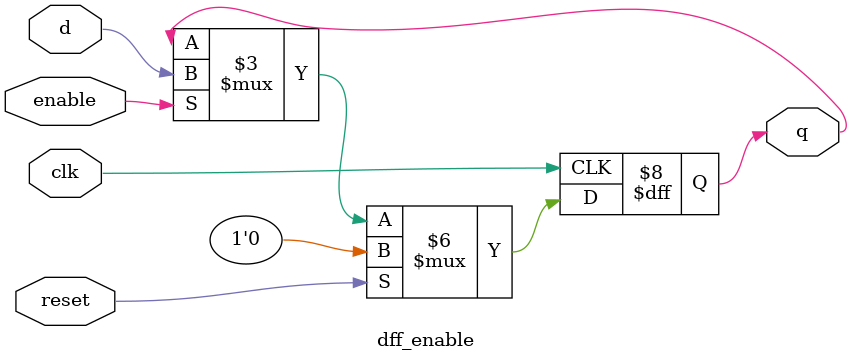
<source format=v>
module dff_enable(
  input clk,
  input reset,
  input enable,
  input d,
  output reg q
);

  always @(posedge clk) begin
    if(reset)       //if reset=1, q=0
      q<=0;
    else if(enable) //if enable=1, q=d
      q<=d;
    else            //if enable=0, q=q (holds value)
      q<=q;
  end
endmodule

</source>
